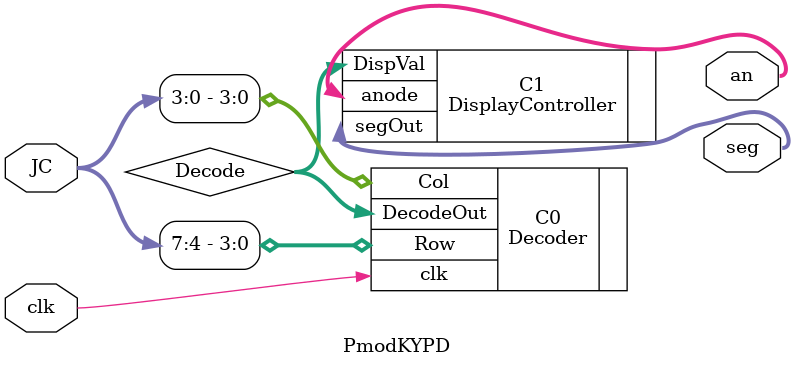
<source format=v>
`timescale 1ns / 1ps

// ==============================================================================================
// 												Define Module
// ==============================================================================================
module PmodKYPD(
    clk,
    JC,
    an,
    seg
    );
	 
	 
// ==============================================================================================
// 											Port Declarations
// ==============================================================================================
	input clk;					// 100Mhz onboard clock
	inout [7:0] JC;			// Port JA on Basys3, JA[3:0] is Columns, JA[7:4] is rows
	output [3:0] an;			// Anodes on seven segment display
	output [6:0] seg;			// Cathodes on seven segment display

// ==============================================================================================
// 							  		Parameters, Regsiters, and Wires
// ==============================================================================================
	
	// Output wires
	wire [3:0] an;
	wire [6:0] seg;
	
	wire [3:0] Decode;

// ==============================================================================================
// 												Implementation
// ==============================================================================================

	//-----------------------------------------------
	//  						Decoder
	//-----------------------------------------------
	Decoder C0(
			.clk(clk),
			.Row(JC[7:4]),
			.Col(JC[3:0]),
			.DecodeOut(Decode)
	);

	//-----------------------------------------------
	//  		Seven Segment Display Controller
	//-----------------------------------------------
	DisplayController C1(
			.DispVal(Decode),
			.anode(an),
			.segOut(seg)
	);

endmodule

</source>
